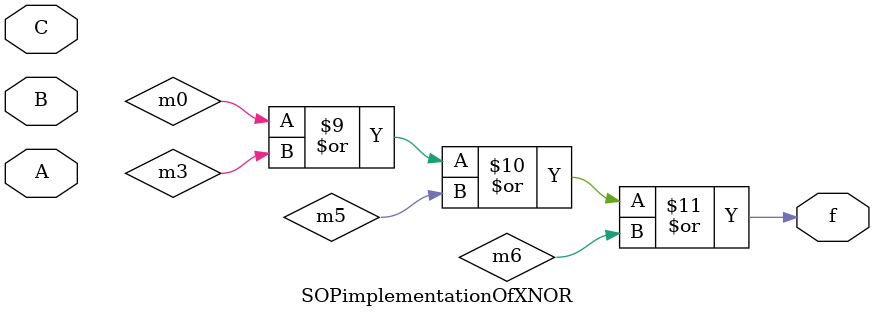
<source format=v>
`timescale 1ns / 1ps
module SOPimplementationOfXNOR(A, B, C, f);
	input A,B,C;
	output f;
	wire notA, notB, notC;
	not nota(notA, A);
	not notb(notB, B);
	not notc(notC, C);
	wire Wm0, Wm3, Wm5, Wm6;
	and m0(Wm0, notA, notB, notC);
	and m3(Wm3, notA, B, C);
	and m5(Wm5, A, notB, C);
	and m6(Wm6, A, B, notC);
	or(f, m0, m3, m5, m6);
	

endmodule

</source>
